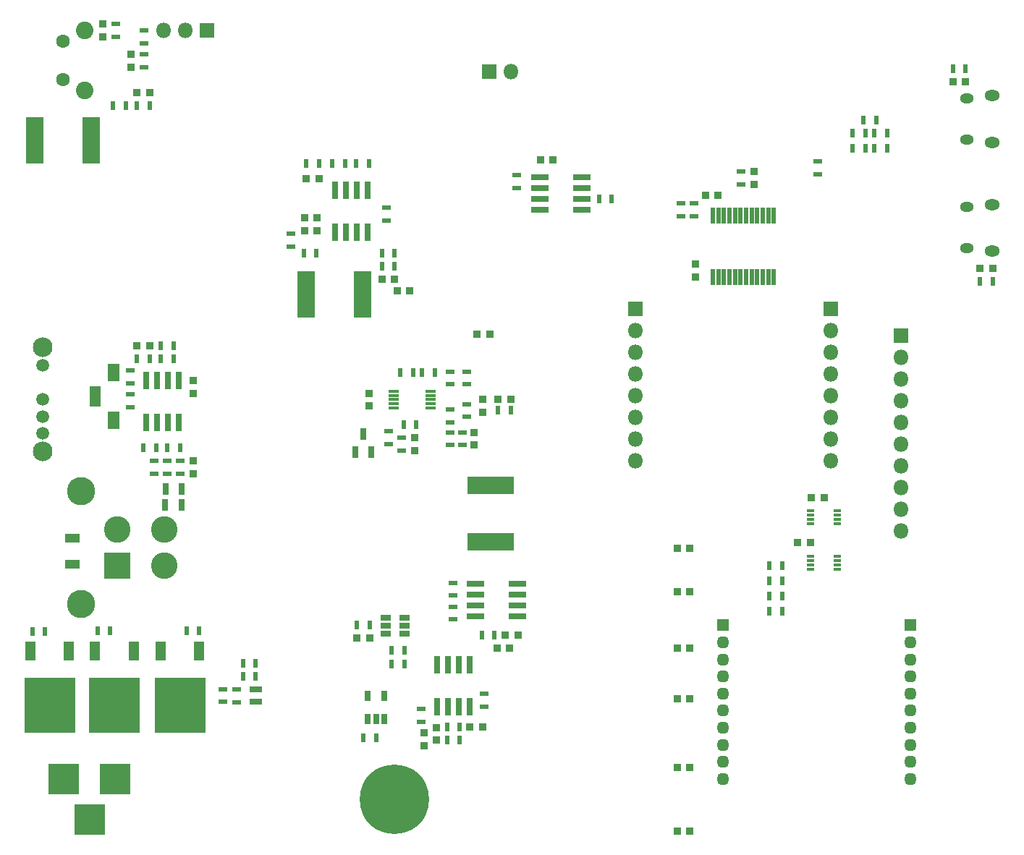
<source format=gbr>
G04 #@! TF.FileFunction,Soldermask,Bot*
%FSLAX46Y46*%
G04 Gerber Fmt 4.6, Leading zero omitted, Abs format (unit mm)*
G04 Created by KiCad (PCBNEW 4.0.7) date 11/20/18 00:48:14*
%MOMM*%
%LPD*%
G01*
G04 APERTURE LIST*
%ADD10C,0.100000*%
%ADD11R,0.901600X0.851600*%
%ADD12R,0.701600X2.101600*%
%ADD13O,1.601600X1.201600*%
%ADD14O,1.801600X1.301600*%
%ADD15R,0.851600X0.901600*%
%ADD16R,2.101600X5.401600*%
%ADD17R,3.601600X3.601600*%
%ADD18R,3.101600X3.101600*%
%ADD19C,3.101600*%
%ADD20C,3.301600*%
%ADD21R,1.451600X1.451600*%
%ADD22O,1.451600X1.451600*%
%ADD23R,1.801600X1.801600*%
%ADD24O,1.801600X1.801600*%
%ADD25R,1.301600X2.301600*%
%ADD26R,5.901600X6.501600*%
%ADD27R,0.501600X0.651600*%
%ADD28R,0.601600X1.001600*%
%ADD29R,1.001600X0.601600*%
%ADD30R,0.801600X1.401600*%
%ADD31R,0.740000X1.190000*%
%ADD32R,1.161600X0.751600*%
%ADD33R,2.101600X0.701600*%
%ADD34R,0.901600X0.401600*%
%ADD35R,1.701600X1.101600*%
%ADD36C,1.599600*%
%ADD37C,2.051600*%
%ADD38C,1.501600*%
%ADD39C,2.301600*%
%ADD40R,0.551600X1.851600*%
%ADD41R,5.401600X2.101600*%
%ADD42C,8.101600*%
%ADD43R,1.201600X0.351600*%
%ADD44R,0.740000X1.440000*%
G04 APERTURE END LIST*
D10*
G36*
X12070020Y-45278280D02*
X12070020Y-47682020D01*
X10761290Y-47682020D01*
X10761290Y-45278280D01*
X12070020Y-45278280D01*
G37*
G36*
X14220020Y-42670440D02*
X14220020Y-44682020D01*
X12918039Y-44682020D01*
X12918039Y-42670440D01*
X14220020Y-42670440D01*
G37*
G36*
X14220020Y-48285250D02*
X14220020Y-50282020D01*
X12918857Y-50282020D01*
X12918857Y-48285250D01*
X14220020Y-48285250D01*
G37*
D11*
X81014020Y-69342020D03*
X79514020Y-69342020D03*
D12*
X51435020Y-77941020D03*
X52705020Y-77941020D03*
X55245020Y-77941020D03*
X55245020Y-82841020D03*
X53975020Y-82841020D03*
X52705020Y-82841020D03*
X51435020Y-82841020D03*
X53975020Y-77941020D03*
D13*
X113380000Y-29170000D03*
X113380000Y-24330000D03*
D14*
X116380000Y-29480000D03*
X116380000Y-24020000D03*
D15*
X51308020Y-86729020D03*
X51308020Y-85229020D03*
X49911020Y-87364020D03*
X49911020Y-85864020D03*
D11*
X55269020Y-85217020D03*
X56769020Y-85217020D03*
X17820968Y-10906658D03*
X16320968Y-10906658D03*
D15*
X37351830Y-25598682D03*
X37351830Y-27098682D03*
D11*
X37593830Y-21014682D03*
X36093830Y-21014682D03*
X44970020Y-32766020D03*
X46470020Y-32766020D03*
D15*
X56769020Y-48363020D03*
X56769020Y-46863020D03*
X35921810Y-25565662D03*
X35921810Y-27065662D03*
X22887770Y-54030938D03*
X22887770Y-55530938D03*
X22887770Y-46132938D03*
X22887770Y-44632938D03*
D11*
X16295770Y-40556938D03*
X17795770Y-40556938D03*
X65012020Y-18796020D03*
X63512020Y-18796020D03*
D15*
X12286000Y-4400000D03*
X12286000Y-2900000D03*
D11*
X114914000Y-31543248D03*
X116414000Y-31543248D03*
D15*
X88486000Y-20172000D03*
X88486000Y-21672000D03*
D11*
X93611020Y-63627020D03*
X95111020Y-63627020D03*
X96686097Y-58320007D03*
X95186097Y-58320007D03*
D15*
X81661020Y-30988020D03*
X81661020Y-32488020D03*
X55753020Y-50685020D03*
X55753020Y-52185020D03*
D11*
X42016000Y-74770000D03*
X43516000Y-74770000D03*
X59415000Y-74389000D03*
X60915000Y-74389000D03*
X59920020Y-75946020D03*
X58420020Y-75946020D03*
D16*
X42668020Y-34544020D03*
X36068020Y-34544020D03*
X4320020Y-16510020D03*
X10920020Y-16510020D03*
D17*
X13750000Y-91281900D03*
X7750000Y-91281900D03*
X10750000Y-95981900D03*
D18*
X14000000Y-66278800D03*
D19*
X14000000Y-62078800D03*
X19500000Y-66278800D03*
X19500000Y-62078800D03*
D20*
X9800000Y-70778800D03*
X9800000Y-57578800D03*
D21*
X84838000Y-73270000D03*
D22*
X84838000Y-75270000D03*
X84838000Y-77270000D03*
X84838000Y-79270000D03*
X84838000Y-81270000D03*
X84838000Y-83270000D03*
X84838000Y-85270000D03*
X84838000Y-87270000D03*
X84838000Y-89270000D03*
X84838000Y-91270000D03*
D21*
X106838000Y-73270000D03*
D22*
X106838000Y-75270000D03*
X106838000Y-77270000D03*
X106838000Y-79270000D03*
X106838000Y-81270000D03*
X106838000Y-83270000D03*
X106838000Y-85270000D03*
X106838000Y-87270000D03*
X106838000Y-89270000D03*
X106838000Y-91270000D03*
D23*
X74614000Y-36230000D03*
D24*
X74614000Y-38770000D03*
X74614000Y-41310000D03*
X74614000Y-43850000D03*
X74614000Y-46390000D03*
X74614000Y-48930000D03*
X74614000Y-51470000D03*
X74614000Y-54010000D03*
D23*
X97474000Y-36230000D03*
D24*
X97474000Y-38770000D03*
X97474000Y-41310000D03*
X97474000Y-43850000D03*
X97474000Y-46390000D03*
X97474000Y-48930000D03*
X97474000Y-51470000D03*
X97474000Y-54010000D03*
D23*
X57498000Y-8476000D03*
D24*
X60038000Y-8476000D03*
D25*
X19056020Y-76318020D03*
X23616020Y-76318020D03*
D26*
X21336020Y-82618020D03*
D25*
X11370000Y-76318020D03*
X15930000Y-76318020D03*
D26*
X13650000Y-82618020D03*
D25*
X3816020Y-76318020D03*
X8376020Y-76318020D03*
D26*
X6096020Y-82618020D03*
D27*
X29726020Y-82259020D03*
X30226020Y-82259020D03*
X30726020Y-82259020D03*
X30726020Y-80809020D03*
X30226020Y-80809020D03*
X29726020Y-80809020D03*
D28*
X42778000Y-86454000D03*
X44278000Y-86454000D03*
D29*
X49530020Y-83070020D03*
X49530020Y-84570020D03*
D28*
X54090020Y-86741020D03*
X52590020Y-86741020D03*
D29*
X56896020Y-82792020D03*
X56896020Y-81292020D03*
D28*
X52590020Y-85217020D03*
X54090020Y-85217020D03*
X13526968Y-12430658D03*
X15026968Y-12430658D03*
X16328568Y-12489058D03*
X17828568Y-12489058D03*
X36093830Y-19236682D03*
X37593830Y-19236682D03*
X41935830Y-19236682D03*
X43435830Y-19236682D03*
X39141830Y-19236682D03*
X40641830Y-19236682D03*
X44970020Y-29718020D03*
X46470020Y-29718020D03*
X46470020Y-31242020D03*
X44970020Y-31242020D03*
X60059020Y-48133020D03*
X58559020Y-48133020D03*
D29*
X34290020Y-27444020D03*
X34290020Y-28944020D03*
X47244020Y-51320020D03*
X47244020Y-52820020D03*
X45466020Y-25896020D03*
X45466020Y-24396020D03*
D28*
X35826020Y-29718020D03*
X37326020Y-29718020D03*
X23610020Y-73914020D03*
X22110020Y-73914020D03*
X13196020Y-73914020D03*
X11696020Y-73914020D03*
X5576020Y-74041020D03*
X4076020Y-74041020D03*
D29*
X27940020Y-80784020D03*
X27940020Y-82284020D03*
D28*
X28714020Y-77724020D03*
X30214020Y-77724020D03*
D29*
X26383000Y-80751000D03*
X26383000Y-82251000D03*
X18315770Y-54030938D03*
X18315770Y-55530938D03*
X21363770Y-55530938D03*
X21363770Y-54030938D03*
X19839770Y-54030938D03*
X19839770Y-55530938D03*
D28*
X18557770Y-52494938D03*
X17057770Y-52494938D03*
X21351770Y-52494938D03*
X19851770Y-52494938D03*
D30*
X19651770Y-57320938D03*
X21551770Y-57320938D03*
D29*
X15494020Y-46240020D03*
X15494020Y-47740020D03*
D28*
X19089770Y-40556938D03*
X20589770Y-40556938D03*
X17795770Y-42080938D03*
X16295770Y-42080938D03*
D29*
X15494020Y-44946020D03*
X15494020Y-43446020D03*
D28*
X20589770Y-42080938D03*
X19089770Y-42080938D03*
X71870020Y-23368020D03*
X70370020Y-23368020D03*
D29*
X60706000Y-20586020D03*
X60706000Y-22086020D03*
X13810000Y-2900000D03*
X13810000Y-4400000D03*
D28*
X100037618Y-17476082D03*
X101537618Y-17476082D03*
X100037618Y-15698082D03*
X101537618Y-15698082D03*
X102565618Y-17476082D03*
X104065618Y-17476082D03*
X102577618Y-15698082D03*
X104077618Y-15698082D03*
D29*
X95961618Y-20512082D03*
X95961618Y-19012082D03*
X86962000Y-20172000D03*
X86962000Y-21672000D03*
D28*
X116414000Y-33067248D03*
X114914000Y-33067248D03*
X90278513Y-68105849D03*
X91778513Y-68105849D03*
X90278513Y-69883849D03*
X91778513Y-69883849D03*
X91778513Y-66327849D03*
X90278513Y-66327849D03*
X91778513Y-71661849D03*
X90278513Y-71661849D03*
D29*
X52959020Y-50685020D03*
X52959020Y-52185020D03*
X54356020Y-52185020D03*
X54356020Y-50685020D03*
D28*
X46113020Y-76200020D03*
X47613020Y-76200020D03*
X46113020Y-77851020D03*
X47613020Y-77851020D03*
X58142020Y-74422020D03*
X56642020Y-74422020D03*
X43516000Y-73246000D03*
X42016000Y-73246000D03*
D29*
X53307000Y-69805000D03*
X53307000Y-68305000D03*
X53307000Y-72599000D03*
X53307000Y-71099000D03*
D31*
X45240000Y-81548000D03*
X43340000Y-81548000D03*
X43340000Y-84248000D03*
X44290000Y-84248000D03*
X45240000Y-84248000D03*
D12*
X39510830Y-22374682D03*
X40780830Y-22374682D03*
X43320830Y-22374682D03*
X43320830Y-27274682D03*
X42050830Y-27274682D03*
X40780830Y-27274682D03*
X39510830Y-27274682D03*
X42050830Y-22374682D03*
X21178370Y-49552538D03*
X19908370Y-49552538D03*
X17368370Y-49552538D03*
X17368370Y-44652538D03*
X18638370Y-44652538D03*
X19908370Y-44652538D03*
X21178370Y-44652538D03*
X18638370Y-49552538D03*
D32*
X45382000Y-74290000D03*
X45382000Y-73340000D03*
X45382000Y-72390000D03*
X47582000Y-72390000D03*
X47582000Y-74290000D03*
X47582000Y-73340000D03*
D33*
X55937000Y-72230000D03*
X55937000Y-70960000D03*
X55937000Y-68420000D03*
X60837000Y-68420000D03*
X60837000Y-69690000D03*
X60837000Y-70960000D03*
X60837000Y-72230000D03*
X55937000Y-69690000D03*
X68337600Y-20802600D03*
X68337600Y-22072600D03*
X68337600Y-24612600D03*
X63437600Y-24612600D03*
X63437600Y-23342600D03*
X63437600Y-22072600D03*
X63437600Y-20802600D03*
X68337600Y-23342600D03*
D34*
X98240497Y-65182407D03*
X98240497Y-65682407D03*
X98240497Y-66182407D03*
X98240497Y-66682407D03*
X95140497Y-66682407D03*
X95140497Y-66182407D03*
X95140497Y-65682407D03*
X95140497Y-65182407D03*
X98248097Y-59856007D03*
X98248097Y-60356007D03*
X98248097Y-60856007D03*
X98248097Y-61356007D03*
X95148097Y-61356007D03*
X95148097Y-60856007D03*
X95148097Y-60356007D03*
X95148097Y-59856007D03*
D29*
X45720020Y-50558020D03*
X45720020Y-52058020D03*
D28*
X30214020Y-79248020D03*
X28714020Y-79248020D03*
D35*
X8730000Y-66110000D03*
X8730000Y-63110000D03*
D23*
X24478000Y-3650000D03*
D24*
X21938000Y-3650000D03*
X19398000Y-3650000D03*
D23*
X105664000Y-39370000D03*
D24*
X105664000Y-41910000D03*
X105664000Y-44450000D03*
X105664000Y-46990000D03*
X105664000Y-49530000D03*
X105664000Y-52070000D03*
X105664000Y-54610000D03*
X105664000Y-57150000D03*
X105664000Y-59690000D03*
X105664000Y-62230000D03*
D36*
X7675000Y-4893800D03*
X7675000Y-9393800D03*
D37*
X10165000Y-3638800D03*
X10165000Y-10648800D03*
D38*
X5325000Y-50832600D03*
X5325000Y-48832600D03*
X5325000Y-46832600D03*
D39*
X5325000Y-52932600D03*
X5325000Y-40732600D03*
D38*
X5325000Y-42832600D03*
D29*
X17112000Y-3662000D03*
X17112000Y-5162000D03*
X17112000Y-6456000D03*
X17112000Y-7956000D03*
D15*
X15588000Y-7956000D03*
X15588000Y-6456000D03*
D40*
X83674020Y-25356020D03*
X84324020Y-25356020D03*
X84974020Y-25356020D03*
X85624020Y-25356020D03*
X86274020Y-25356020D03*
X86924020Y-25356020D03*
X87574020Y-25356020D03*
X88224020Y-25356020D03*
X88874020Y-25356020D03*
X89524020Y-25356020D03*
X90174020Y-25356020D03*
X90824020Y-25356020D03*
X90824020Y-32556020D03*
X90174020Y-32556020D03*
X89524020Y-32556020D03*
X88874020Y-32556020D03*
X88224020Y-32556020D03*
X87574020Y-32556020D03*
X86924020Y-32556020D03*
X86274020Y-32556020D03*
X85624020Y-32556020D03*
X84974020Y-32556020D03*
X84324020Y-32556020D03*
X83674020Y-32556020D03*
D29*
X81448176Y-23875744D03*
X81448176Y-25375744D03*
X79924176Y-23875744D03*
X79924176Y-25375744D03*
D11*
X113272020Y-9673024D03*
X111772020Y-9673024D03*
D41*
X57658020Y-56900020D03*
X57658020Y-63500020D03*
D13*
X113380000Y-16420000D03*
X113380000Y-11580000D03*
D14*
X116380000Y-16730000D03*
X116380000Y-11270000D03*
D30*
X19618750Y-59192918D03*
X21518750Y-59192918D03*
D28*
X111772020Y-8149024D03*
X113272020Y-8149024D03*
X101307618Y-14174082D03*
X102807618Y-14174082D03*
D11*
X82816020Y-22987020D03*
X84316020Y-22987020D03*
X48248020Y-34163020D03*
X46748020Y-34163020D03*
X57582520Y-39179520D03*
X56082520Y-39179520D03*
X81014020Y-64262020D03*
X79514020Y-64262020D03*
X81014020Y-97345520D03*
X79514020Y-97345520D03*
X81014020Y-89916020D03*
X79514020Y-89916020D03*
X81014020Y-81915020D03*
X79514020Y-81915020D03*
X81014020Y-75946020D03*
X79514020Y-75946020D03*
D42*
X46433740Y-93662500D03*
D11*
X60059020Y-46863020D03*
X58559020Y-46863020D03*
D15*
X43434020Y-47613020D03*
X43434020Y-46113020D03*
D29*
X54864020Y-43573020D03*
X54864020Y-45073020D03*
X52959020Y-43573020D03*
X52959020Y-45073020D03*
X52959020Y-49518020D03*
X52959020Y-48018020D03*
X54864020Y-47383020D03*
X54864020Y-48883020D03*
D28*
X47129020Y-43688020D03*
X48629020Y-43688020D03*
X49669020Y-43688020D03*
X51169020Y-43688020D03*
D43*
X50664020Y-45863020D03*
X50664020Y-46363020D03*
X50664020Y-46863020D03*
X50664020Y-47363020D03*
X50664020Y-47863020D03*
X46364020Y-47863020D03*
X46364020Y-47363020D03*
X46364020Y-46863020D03*
X46364020Y-46363020D03*
X46364020Y-45863020D03*
D15*
X48768020Y-52820020D03*
X48768020Y-51320020D03*
D44*
X42799020Y-50893020D03*
X41849020Y-52993020D03*
X43749020Y-52993020D03*
D28*
X47510020Y-49784020D03*
X49010020Y-49784020D03*
M02*

</source>
